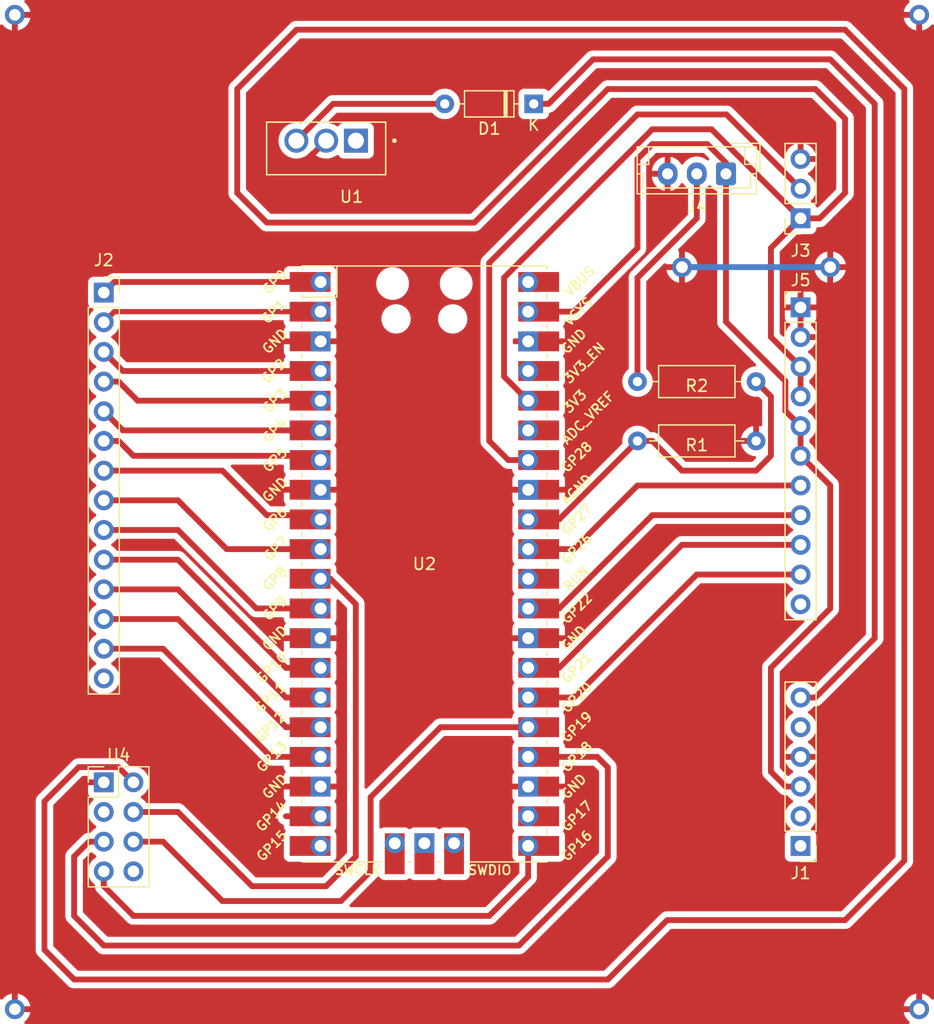
<source format=kicad_pcb>
(kicad_pcb (version 20221018) (generator pcbnew)
  (layers (0 "F.Cu" signal) (31 "B.Cu" signal) (34 "B.Paste" user) (35 "F.Paste" user) (36 "B.SilkS" user "B.Silkscreen") (37 "F.SilkS" user "F.Silkscreen") (38 "B.Mask" user) (39 "F.Mask" user) (44 "Edge.Cuts" user))
  (net 0 "")
  (net 1 "Net-(D1-K)")
  (net 2 "Net-(D1-A)")
  (net 3 "GND")
  (net 10 "/Alimentacion/OUT+")
  (net 11 "/Alimentacion/OUT-")
  (net 12 "/Alimentacion/Vin-")
  (net 13 "/3.3V")
  (net 14 "/Rasberry Pico/VBUS")
  (net 15 "/Modulo TX/RST")
  (net 16 "/Modulo TX/DIO0")
  (net 17 "/vcc")
  (net 18 "/GPIO0")
  (net 19 "/GPIO1")
  (net 20 "/GPIO2")
  (net 21 "/GPIO3")
  (net 22 "/GPIO4")
  (net 23 "/GPIO5")
  (net 24 "/GPIO9")
  (net 25 "/GPIO7")
  (net 26 "/GPIO6")
  (net 27 "/GPIO10")
  (net 28 "/GPIO11")
  (net 29 "/GPIO12")
  (net 30 "/GPIO13")
  (net 31 "/GPIO14")
  (net 32 "/GPIO15")
  (net 33 "/GPIO17")
  (net 34 "/GPIO20")
  (net 35 "/GPIO21")
  (net 36 "/GPIO22")
  (net 37 "/GPIO26")
  (net 38 "/DHT11")
  (net 39 "Net-(J4-Pin_2)")
  (net 40 "/PIR")
  (net 41 "/Alimentacion/Vin+")
  (net 42 "/NSS")
  (net 43 "/MISO")
  (net 44 "/SCK")
  (net 45 "/MOSI")
  (net 46 "/Pines Extra/16")
  (net 47 "/Pines Extra/14")
  (footprint "" (layer "F.Cu") (at 111.76 26.67)
    (fp_text reference "" (at 0 0) (layer "F.SilkS") (effects (font (size 1.27 1.27))))
    (fp_text value "" (at 0 0) (layer "F.SilkS") (effects (font (size 1.27 1.27))))
    (pad "6" thru_hole oval (at 0 0) (size 1.7 1.7) (drill 1) (layers "*.Cu" "*.Mask") (net 3 "GND"))
  )
  (footprint "Connector_PinSocket_2.54mm:PinSocket_1x03_P2.54mm_Vertical" (layer "F.Cu") (at 101.6 44.085 180)
    (fp_text reference "J3" (at 0 -2.77) (layer "F.SilkS"))
    (fp_text value "DHT11")
    (fp_line (start -1.33 1.27) (end -1.33 6.41) (stroke (width 0.12)) (layer "F.SilkS"))
    (fp_line (start -1.33 1.27) (end 1.33 1.27) (stroke (width 0.12)) (layer "F.SilkS"))
    (fp_line (start -1.33 6.41) (end 1.33 6.41) (stroke (width 0.12)) (layer "F.SilkS"))
    (fp_line (start 0 -1.33) (end 1.33 -1.33) (stroke (width 0.12)) (layer "F.SilkS"))
    (fp_line (start 1.33 -1.33) (end 1.33 0) (stroke (width 0.12)) (layer "F.SilkS"))
    (fp_line (start 1.33 1.27) (end 1.33 6.41) (stroke (width 0.12)) (layer "F.SilkS"))
    (pad "1" thru_hole rect (at 0 0 180) (size 1.7 1.7) (drill 1) (layers "*.Cu" "*.Mask") (net 13 "/3.3V"))
    (pad "2" thru_hole oval (at 0 2.54 180) (size 1.7 1.7) (drill 1) (layers "*.Cu" "*.Mask") (net 38 "/DHT11"))
    (pad "3" thru_hole oval (at 0 5.08 180) (size 1.7 1.7) (drill 1) (layers "*.Cu" "*.Mask") (net 3 "GND"))
  )
  (footprint "Resistor_THT:R_Axial_DIN0207_L6.3mm_D2.5mm_P10.16mm_Horizontal" (layer "F.Cu") (at 97.79 58.055 180)
    (fp_text reference "R2" (at 5.08 -0.365) (layer "F.SilkS"))
    (fp_text value "1.8k")
    (fp_line (start 1.04 0) (end 1.81 0) (stroke (width 0.12)) (layer "F.SilkS"))
    (fp_line (start 1.81 -1.37) (end 1.81 1.37) (stroke (width 0.12)) (layer "F.SilkS"))
    (fp_line (start 1.81 1.37) (end 8.35 1.37) (stroke (width 0.12)) (layer "F.SilkS"))
    (fp_line (start 8.35 -1.37) (end 1.81 -1.37) (stroke (width 0.12)) (layer "F.SilkS"))
    (fp_line (start 8.35 1.37) (end 8.35 -1.37) (stroke (width 0.12)) (layer "F.SilkS"))
    (fp_line (start 9.12 0) (end 8.35 0) (stroke (width 0.12)) (layer "F.SilkS"))
    (pad "1" thru_hole circle (at 0 0 180) (size 1.6 1.6) (drill 0.8) (layers "*.Cu" "*.Mask") (net 40 "/PIR"))
    (pad "2" thru_hole oval (at 10.16 0 180) (size 1.6 1.6) (drill 0.8) (layers "*.Cu" "*.Mask") (net 39 "Net-(J4-Pin_2)"))
  )
  (footprint "" (layer "F.Cu") (at 91.44 48.26)
    (fp_text reference "" (at 0 0) (layer "F.SilkS") (effects (font (size 1.27 1.27))))
    (fp_text value "" (at 0 0) (layer "F.SilkS") (effects (font (size 1.27 1.27))))
    (pad "6" thru_hole oval (at 0 0) (size 1.7 1.7) (drill 1) (layers "*.Cu" "*.Mask") (net 3 "GND"))
  )
  (footprint "MCU_RaspberryPi_and_Boards:RPi_Pico_SMD_TH" (layer "F.Cu") (at 69.375 73.66)
    (fp_text reference "U2" (at 0 0) (layer "F.SilkS"))
    (fp_text value "Pico")
    (fp_text user "GP18" (at 13.054 16.51 45) (layer "F.SilkS") (effects (font (size 0.8 0.8))))
    (fp_text user "GP11" (at -13.2 11.43 45) (layer "F.SilkS") (effects (font (size 0.8 0.8))))
    (fp_text user "AGND" (at 13.054 -6.35 45) (layer "F.SilkS") (effects (font (size 0.8 0.8))))
    (fp_text user "GND" (at 12.8 19.05 45) (layer "F.SilkS") (effects (font (size 0.8 0.8))))
    (fp_text user "GP6" (at -12.8 -3.81 45) (layer "F.SilkS") (effects (font (size 0.8 0.8))))
    (fp_text user "GP20" (at 13.054 11.43 45) (layer "F.SilkS") (effects (font (size 0.8 0.8))))
    (fp_text user "VBUS" (at 13.3 -24.2 45) (layer "F.SilkS") (effects (font (size 0.8 0.8))))
    (fp_text user "GP21" (at 13.054 8.9 45) (layer "F.SilkS") (effects (font (size 0.8 0.8))))
    (fp_text user "GP7" (at -12.7 -1.3 45) (layer "F.SilkS") (effects (font (size 0.8 0.8))))
    (fp_text user "GP0" (at -12.8 -24.13 45) (layer "F.SilkS") (effects (font (size 0.8 0.8))))
    (fp_text user "GND" (at -12.8 6.35 45) (layer "F.SilkS") (effects (font (size 0.8 0.8))))
    (fp_text user "GP2" (at -12.9 -16.51 45) (layer "F.SilkS") (effects (font (size 0.8 0.8))))
    (fp_text user "GND" (at -12.8 -19.05 45) (layer "F.SilkS") (effects (font (size 0.8 0.8))))
    (fp_text user "GP13" (at -13.054 16.51 45) (layer "F.SilkS") (effects (font (size 0.8 0.8))))
    (fp_text user "GP1" (at -12.9 -21.6 45) (layer "F.SilkS") (effects (font (size 0.8 0.8))))
    (fp_text user "SWDIO" (at 5.6 26.2) (layer "F.SilkS") (effects (font (size 0.8 0.8))))
    (fp_text user "GP27" (at 13.054 -3.8 45) (layer "F.SilkS") (effects (font (size 0.8 0.8))))
    (fp_text user "GND" (at 12.8 6.35 45) (layer "F.SilkS") (effects (font (size 0.8 0.8))))
    (fp_text user "GP3" (at -12.8 -13.97 45) (layer "F.SilkS") (effects (font (size 0.8 0.8))))
    (fp_text user "GP19" (at 13.054 13.97 45) (layer "F.SilkS") (effects (font (size 0.8 0.8))))
    (fp_text user "GP28" (at 13.054 -9.144 45) (layer "F.SilkS") (effects (font (size 0.8 0.8))))
    (fp_text user "RUN" (at 13 1.27 45) (layer "F.SilkS") (effects (font (size 0.8 0.8))))
    (fp_text user "SWCLK" (at -5.7 26.2) (layer "F.SilkS") (effects (font (size 0.8 0.8))))
    (fp_text user "3V3_EN" (at 13.7 -17.2 45) (layer "F.SilkS") (effects (font (size 0.8 0.8))))
    (fp_text user "GP9" (at -12.8 3.81 45) (layer "F.SilkS") (effects (font (size 0.8 0.8))))
    (fp_text user "GP22" (at 13.054 3.81 45) (layer "F.SilkS") (effects (font (size 0.8 0.8))))
    (fp_text user "3V3" (at 12.9 -13.9 45) (layer "F.SilkS") (effects (font (size 0.8 0.8))))
    (fp_text user "GP16" (at 13.054 24.13 45) (layer "F.SilkS") (effects (font (size 0.8 0.8))))
    (fp_text user "GP8" (at -12.8 1.27 45) (layer "F.SilkS") (effects (font (size 0.8 0.8))))
    (fp_text user "VSYS" (at 13.2 -21.59 45) (layer "F.SilkS") (effects (font (size 0.8 0.8))))
    (fp_text user "GP15" (at -13.054 24.13 45) (layer "F.SilkS") (effects (font (size 0.8 0.8))))
    (fp_text user "GND" (at -12.8 19.05 45) (layer "F.SilkS") (effects (font (size 0.8 0.8))))
    (fp_text user "GP10" (at -13.054 8.89 45) (layer "F.SilkS") (effects (font (size 0.8 0.8))))
    (fp_text user "GND" (at 12.8 -19.05 45) (layer "F.SilkS") (effects (font (size 0.8 0.8))))
    (fp_text user "GP14" (at -13.1 21.59 45) (layer "F.SilkS") (effects (font (size 0.8 0.8))))
    (fp_text user "GP5" (at -12.8 -8.89 45) (layer "F.SilkS") (effects (font (size 0.8 0.8))))
    (fp_text user "GP12" (at -13.2 13.97 45) (layer "F.SilkS") (effects (font (size 0.8 0.8))))
    (fp_text user "ADC_VREF" (at 14 -12.5 45) (layer "F.SilkS") (effects (font (size 0.8 0.8))))
    (fp_text user "GND" (at -12.8 -6.35 45) (layer "F.SilkS") (effects (font (size 0.8 0.8))))
    (fp_text user "GP17" (at 13.054 21.59 45) (layer "F.SilkS") (effects (font (size 0.8 0.8))))
    (fp_text user "GP26" (at 13.054 -1.27 45) (layer "F.SilkS") (effects (font (size 0.8 0.8))))
    (fp_text user "GP4" (at -12.8 -11.43 45) (layer "F.SilkS") (effects (font (size 0.8 0.8))))
    (fp_line (start -10.5 -25.5) (end -10.5 -25.2) (stroke (width 0.12)) (layer "F.SilkS"))
    (fp_line (start -10.5 -25.5) (end 10.5 -25.5) (stroke (width 0.12)) (layer "F.SilkS"))
    (fp_line (start -10.5 -23.1) (end -10.5 -22.7) (stroke (width 0.12)) (layer "F.SilkS"))
    (fp_line (start -10.5 -22.833) (end -7.493 -22.833) (stroke (width 0.12)) (layer "F.SilkS"))
    (fp_line (start -10.5 -20.5) (end -10.5 -20.1) (stroke (width 0.12)) (layer "F.SilkS"))
    (fp_line (start -10.5 -18) (end -10.5 -17.6) (stroke (width 0.12)) (layer "F.SilkS"))
    (fp_line (start -10.5 -15.4) (end -10.5 -15) (stroke (width 0.12)) (layer "F.SilkS"))
    (fp_line (start -10.5 -12.9) (end -10.5 -12.5) (stroke (width 0.12)) (layer "F.SilkS"))
    (fp_line (start -10.5 -10.4) (end -10.5 -10) (stroke (width 0.12)) (layer "F.SilkS"))
    (fp_line (start -10.5 -7.8) (end -10.5 -7.4) (stroke (width 0.12)) (layer "F.SilkS"))
    (fp_line (start -10.5 -5.3) (end -10.5 -4.9) (stroke (width 0.12)) (layer "F.SilkS"))
    (fp_line (start -10.5 -2.7) (end -10.5 -2.3) (stroke (width 0.12)) (layer "F.SilkS"))
    (fp_line (start -10.5 -0.2) (end -10.5 0.2) (stroke (width 0.12)) (layer "F.SilkS"))
    (fp_line (start -10.5 2.3) (end -10.5 2.7) (stroke (width 0.12)) (layer "F.SilkS"))
    (fp_line (start -10.5 4.9) (end -10.5 5.3) (stroke (width 0.12)) (layer "F.SilkS"))
    (fp_line (start -10.5 7.4) (end -10.5 7.8) (stroke (width 0.12)) (layer "F.SilkS"))
    (fp_line (start -10.5 10) (end -10.5 10.4) (stroke (width 0.12)) (layer "F.SilkS"))
    (fp_line (start -10.5 12.5) (end -10.5 12.9) (stroke (width 0.12)) (layer "F.SilkS"))
    (fp_line (start -10.5 15.1) (end -10.5 15.5) (stroke (width 0.12)) (layer "F.SilkS"))
    (fp_line (start -10.5 17.6) (end -10.5 18) (stroke (width 0.12)) (layer "F.SilkS"))
    (fp_line (start -10.5 20.1) (end -10.5 20.5) (stroke (width 0.12)) (layer "F.SilkS"))
    (fp_line (start -10.5 22.7) (end -10.5 23.1) (stroke (width 0.12)) (layer "F.SilkS"))
    (fp_line (start -7.493 -22.833) (end -7.493 -25.5) (stroke (width 0.12)) (layer "F.SilkS"))
    (fp_line (start -3.7 25.5) (end -10.5 25.5) (stroke (width 0.12)) (layer "F.SilkS"))
    (fp_line (start -1.5 25.5) (end -1.1 25.5) (stroke (width 0.12)) (layer "F.SilkS"))
    (fp_line (start 1.1 25.5) (end 1.5 25.5) (stroke (width 0.12)) (layer "F.SilkS"))
    (fp_line (start 10.5 -25.5) (end 10.5 -25.2) (stroke (width 0.12)) (layer "F.SilkS"))
    (fp_line (start 10.5 -23.1) (end 10.5 -22.7) (stroke (width 0.12)) (layer "F.SilkS"))
    (fp_line (start 10.5 -20.5) (end 10.5 -20.1) (stroke (width 0.12)) (layer "F.SilkS"))
    (fp_line (start 10.5 -18) (end 10.5 -17.6) (stroke (width 0.12)) (layer "F.SilkS"))
    (fp_line (start 10.5 -15.4) (end 10.5 -15) (stroke (width 0.12)) (layer "F.SilkS"))
    (fp_line (start 10.5 -12.9) (end 10.5 -12.5) (stroke (width 0.12)) (layer "F.SilkS"))
    (fp_line (start 10.5 -10.4) (end 10.5 -10) (stroke (width 0.12)) (layer "F.SilkS"))
    (fp_line (start 10.5 -7.8) (end 10.5 -7.4) (stroke (width 0.12)) (layer "F.SilkS"))
    (fp_line (start 10.5 -5.3) (end 10.5 -4.9) (stroke (width 0.12)) (layer "F.SilkS"))
    (fp_line (start 10.5 -2.7) (end 10.5 -2.3) (stroke (width 0.12)) (layer "F.SilkS"))
    (fp_line (start 10.5 -0.2) (end 10.5 0.2) (stroke (width 0.12)) (layer "F.SilkS"))
    (fp_line (start 10.5 2.3) (end 10.5 2.7) (stroke (width 0.12)) (layer "F.SilkS"))
    (fp_line (start 10.5 4.9) (end 10.5 5.3) (stroke (width 0.12)) (layer "F.SilkS"))
    (fp_line (start 10.5 7.4) (end 10.5 7.8) (stroke (width 0.12)) (layer "F.SilkS"))
    (fp_line (start 10.5 10) (end 10.5 10.4) (stroke (width 0.12)) (layer "F.SilkS"))
    (fp_line (start 10.5 12.5) (end 10.5 12.9) (stroke (width 0.12)) (layer "F.SilkS"))
    (fp_line (start 10.5 15.1) (end 10.5 15.5) (stroke (width 0.12)) (layer "F.SilkS"))
    (fp_line (start 10.5 17.6) (end 10.5 18) (stroke (width 0.12)) (layer "F.SilkS"))
    (fp_line (start 10.5 20.1) (end 10.5 20.5) (stroke (width 0.12)) (layer "F.SilkS"))
    (fp_line (start 10.5 22.7) (end 10.5 23.1) (stroke (width 0.12)) (layer "F.SilkS"))
    (fp_line (start 10.5 25.5) (end 3.7 25.5) (stroke (width 0.12)) (layer "F.SilkS"))
    (pad "" np_thru_hole oval (at -2.725 -24) (size 1.8 1.8) (drill 1.8) (layers "*.Cu" "*.Mask"))
    (pad "" np_thru_hole oval (at -2.425 -20.97) (size 1.5 1.5) (drill 1.5) (layers "*.Cu" "*.Mask"))
    (pad "" np_thru_hole oval (at 2.425 -20.97) (size 1.5 1.5) (drill 1.5) (layers "*.Cu" "*.Mask"))
    (pad "" np_thru_hole oval (at 2.725 -24) (size 1.8 1.8) (drill 1.8) (layers "*.Cu" "*.Mask"))
    (pad "1" thru_hole oval (at -8.89 -24.13) (size 1.7 1.7) (drill 1.02) (layers "*.Cu" "*.Mask") (net 18 "/GPIO0"))
    (pad "1" smd rect (at -8.89 -24.13) (size 3.5 1.7) (drill (offset -0.9 0)) (layers "F.Cu" "F.Mask") (net 18 "/GPIO0"))
    (pad "2" thru_hole oval (at -8.89 -21.59) (size 1.7 1.7) (drill 1.02) (layers "*.Cu" "*.Mask") (net 19 "/GPIO1"))
    (pad "2" smd rect (at -8.89 -21.59) (size 3.5 1.7) (drill (offset -0.9 0)) (layers "F.Cu" "F.Mask") (net 19 "/GPIO1"))
    (pad "3" thru_hole rect (at -8.89 -19.05) (size 1.7 1.7) (drill 1.02) (layers "*.Cu" "*.Mask") (net 3 "GND"))
    (pad "3" smd rect (at -8.89 -19.05) (size 3.5 1.7) (drill (offset -0.9 0)) (layers "F.Cu" "F.Mask") (net 3 "GND"))
    (pad "4" thru_hole oval (at -8.89 -16.51) (size 1.7 1.7) (drill 1.02) (layers "*.Cu" "*.Mask") (net 20 "/GPIO2"))
    (pad "4" smd rect (at -8.89 -16.51) (size 3.5 1.7) (drill (offset -0.9 0)) (layers "F.Cu" "F.Mask") (net 20 "/GPIO2"))
    (pad "5" thru_hole oval (at -8.89 -13.97) (size 1.7 1.7) (drill 1.02) (layers "*.Cu" "*.Mask") (net 21 "/GPIO3"))
    (pad "5" smd rect (at -8.89 -13.97) (size 3.5 1.7) (drill (offset -0.9 0)) (layers "F.Cu" "F.Mask") (net 21 "/GPIO3"))
    (pad "6" thru_hole oval (at -8.89 -11.43) (size 1.7 1.7) (drill 1.02) (layers "*.Cu" "*.Mask") (net 22 "/GPIO4"))
    (pad "6" smd rect (at -8.89 -11.43) (size 3.5 1.7) (drill (offset -0.9 0)) (layers "F.Cu" "F.Mask") (net 22 "/GPIO4"))
    (pad "7" thru_hole oval (at -8.89 -8.89) (size 1.7 1.7) (drill 1.02) (layers "*.Cu" "*.Mask") (net 23 "/GPIO5"))
    (pad "7" smd rect (at -8.89 -8.89) (size 3.5 1.7) (drill (offset -0.9 0)) (layers "F.Cu" "F.Mask") (net 23 "/GPIO5"))
    (pad "8" thru_hole rect (at -8.89 -6.35) (size 1.7 1.7) (drill 1.02) (layers "*.Cu" "*.Mask") (net 3 "GND"))
    (pad "8" smd rect (at -8.89 -6.35) (size 3.5 1.7) (drill (offset -0.9 0)) (layers "F.Cu" "F.Mask") (net 3 "GND"))
    (pad "9" thru_hole oval (at -8.89 -3.81) (size 1.7 1.7) (drill 1.02) (layers "*.Cu" "*.Mask") (net 26 "/GPIO6"))
    (pad "9" smd rect (at -8.89 -3.81) (size 3.5 1.7) (drill (offset -0.9 0)) (layers "F.Cu" "F.Mask") (net 26 "/GPIO6"))
    (pad "10" thru_hole oval (at -8.89 -1.27) (size 1.7 1.7) (drill 1.02) (layers "*.Cu" "*.Mask") (net 25 "/GPIO7"))
    (pad "10" smd rect (at -8.89 -1.27) (size 3.5 1.7) (drill (offset -0.9 0)) (layers "F.Cu" "F.Mask") (net 25 "/GPIO7"))
    (pad "11" thru_hole oval (at -8.89 1.27) (size 1.7 1.7) (drill 1.02) (layers "*.Cu" "*.Mask") (net 42 "/NSS"))
    (pad "11" smd rect (at -8.89 1.27) (size 3.5 1.7) (drill (offset -0.9 0)) (layers "F.Cu" "F.Mask") (net 42 "/NSS"))
    (pad "12" thru_hole oval (at -8.89 3.81) (size 1.7 1.7) (drill 1.02) (layers "*.Cu" "*.Mask") (net 24 "/GPIO9"))
    (pad "12" smd rect (at -8.89 3.81) (size 3.5 1.7) (drill (offset -0.9 0)) (layers "F.Cu" "F.Mask") (net 24 "/GPIO9"))
    (pad "13" thru_hole rect (at -8.89 6.35) (size 1.7 1.7) (drill 1.02) (layers "*.Cu" "*.Mask") (net 3 "GND"))
    (pad "13" smd rect (at -8.89 6.35) (size 3.5 1.7) (drill (offset -0.9 0)) (layers "F.Cu" "F.Mask") (net 3 "GND"))
    (pad "14" thru_hole oval (at -8.89 8.89) (size 1.7 1.7) (drill 1.02) (layers "*.Cu" "*.Mask") (net 27 "/GPIO10"))
    (pad "14" smd rect (at -8.89 8.89) (size 3.5 1.7) (drill (offset -0.9 0)) (layers "F.Cu" "F.Mask") (net 27 "/GPIO10"))
    (pad "15" thru_hole oval (at -8.89 11.43) (size 1.7 1.7) (drill 1.02) (layers "*.Cu" "*.Mask") (net 28 "/GPIO11"))
    (pad "15" smd rect (at -8.89 11.43) (size 3.5 1.7) (drill (offset -0.9 0)) (layers "F.Cu" "F.Mask") (net 28 "/GPIO11"))
    (pad "16" thru_hole oval (at -8.89 13.97) (size 1.7 1.7) (drill 1.02) (layers "*.Cu" "*.Mask") (net 29 "/GPIO12"))
    (pad "16" smd rect (at -8.89 13.97) (size 3.5 1.7) (drill (offset -0.9 0)) (layers "F.Cu" "F.Mask") (net 29 "/GPIO12"))
    (pad "17" thru_hole oval (at -8.89 16.51) (size 1.7 1.7) (drill 1.02) (layers "*.Cu" "*.Mask") (net 30 "/GPIO13"))
    (pad "17" smd rect (at -8.89 16.51) (size 3.5 1.7) (drill (offset -0.9 0)) (layers "F.Cu" "F.Mask") (net 30 "/GPIO13"))
    (pad "18" thru_hole rect (at -8.89 19.05) (size 1.7 1.7) (drill 1.02) (layers "*.Cu" "*.Mask") (net 3 "GND"))
    (pad "18" smd rect (at -8.89 19.05) (size 3.5 1.7) (drill (offset -0.9 0)) (layers "F.Cu" "F.Mask") (net 3 "GND"))
    (pad "19" thru_hole oval (at -8.89 21.59) (size 1.7 1.7) (drill 1.02) (layers "*.Cu" "*.Mask") (net 31 "/GPIO14"))
    (pad "19" smd rect (at -8.89 21.59) (size 3.5 1.7) (drill (offset -0.9 0)) (layers "F.Cu" "F.Mask") (net 31 "/GPIO14"))
    (pad "20" thru_hole oval (at -8.89 24.13) (size 1.7 1.7) (drill 1.02) (layers "*.Cu" "*.Mask") (net 32 "/GPIO15"))
    (pad "20" smd rect (at -8.89 24.13) (size 3.5 1.7) (drill (offset -0.9 0)) (layers "F.Cu" "F.Mask") (net 32 "/GPIO15"))
    (pad "21" thru_hole oval (at 8.89 24.13) (size 1.7 1.7) (drill 1.02) (layers "*.Cu" "*.Mask") (net 43 "/MISO"))
    (pad "21" smd rect (at 8.89 24.13) (size 3.5 1.7) (drill (offset 0.9 0)) (layers "F.Cu" "F.Mask") (net 43 "/MISO"))
    (pad "22" thru_hole oval (at 8.89 21.59) (size 1.7 1.7) (drill 1.02) (layers "*.Cu" "*.Mask") (net 33 "/GPIO17"))
    (pad "22" smd rect (at 8.89 21.59) (size 3.5 1.7) (drill (offset 0.9 0)) (layers "F.Cu" "F.Mask") (net 33 "/GPIO17"))
    (pad "23" thru_hole rect (at 8.89 19.05) (size 1.7 1.7) (drill 1.02) (layers "*.Cu" "*.Mask") (net 3 "GND"))
    (pad "23" smd rect (at 8.89 19.05) (size 3.5 1.7) (drill (offset 0.9 0)) (layers "F.Cu" "F.Mask") (net 3 "GND"))
    (pad "24" thru_hole oval (at 8.89 16.51) (size 1.7 1.7) (drill 1.02) (layers "*.Cu" "*.Mask") (net 44 "/SCK"))
    (pad "24" smd rect (at 8.89 16.51) (size 3.5 1.7) (drill (offset 0.9 0)) (layers "F.Cu" "F.Mask") (net 44 "/SCK"))
    (pad "25" thru_hole oval (at 8.89 13.97) (size 1.7 1.7) (drill 1.02) (layers "*.Cu" "*.Mask") (net 45 "/MOSI"))
    (pad "25" smd rect (at 8.89 13.97) (size 3.5 1.7) (drill (offset 0.9 0)) (layers "F.Cu" "F.Mask") (net 45 "/MOSI"))
    (pad "26" thru_hole oval (at 8.89 11.43) (size 1.7 1.7) (drill 1.02) (layers "*.Cu" "*.Mask") (net 34 "/GPIO20"))
    (pad "26" smd rect (at 8.89 11.43) (size 3.5 1.7) (drill (offset 0.9 0)) (layers "F.Cu" "F.Mask") (net 34 "/GPIO20"))
    (pad "27" thru_hole oval (at 8.89 8.89) (size 1.7 1.7) (drill 1.02) (layers "*.Cu" "*.Mask") (net 35 "/GPIO21"))
    (pad "27" smd rect (at 8.89 8.89) (size 3.5 1.7) (drill (offset 0.9 0)) (layers "F.Cu" "F.Mask") (net 35 "/GPIO21"))
    (pad "28" thru_hole rect (at 8.89 6.35) (size 1.7 1.7) (drill 1.02) (layers "*.Cu" "*.Mask") (net 3 "GND"))
    (pad "28" smd rect (at 8.89 6.35) (size 3.5 1.7) (drill (offset 0.9 0)) (layers "F.Cu" "F.Mask") (net 3 "GND"))
    (pad "29" thru_hole oval (at 8.89 3.81) (size 1.7 1.7) (drill 1.02) (layers "*.Cu" "*.Mask") (net 36 "/GPIO22"))
    (pad "29" smd rect (at 8.89 3.81) (size 3.5 1.7) (drill (offset 0.9 0)) (layers "F.Cu" "F.Mask") (net 36 "/GPIO22"))
    (pad "30" thru_hole oval (at 8.89 1.27) (size 1.7 1.7) (drill 1.02) (layers "*.Cu" "*.Mask"))
    (pad "30" smd rect (at 8.89 1.27) (size 3.5 1.7) (drill (offset 0.9 0)) (layers "F.Cu" "F.Mask"))
    (pad "31" thru_hole oval (at 8.89 -1.27) (size 1.7 1.7) (drill 1.02) (layers "*.Cu" "*.Mask") (net 37 "/GPIO26"))
    (pad "31" smd rect (at 8.89 -1.27) (size 3.5 1.7) (drill (offset 0.9 0)) (layers "F.Cu" "F.Mask") (net 37 "/GPIO26"))
    (pad "32" thru_hole oval (at 8.89 -3.81) (size 1.7 1.7) (drill 1.02) (layers "*.Cu" "*.Mask") (net 40 "/PIR"))
    (pad "32" smd rect (at 8.89 -3.81) (size 3.5 1.7) (drill (offset 0.9 0)) (layers "F.Cu" "F.Mask") (net 40 "/PIR"))
    (pad "33" thru_hole rect (at 8.89 -6.35) (size 1.7 1.7) (drill 1.02) (layers "*.Cu" "*.Mask") (net 3 "GND"))
    (pad "33" smd rect (at 8.89 -6.35) (size 3.5 1.7) (drill (offset 0.9 0)) (layers "F.Cu" "F.Mask") (net 3 "GND"))
    (pad "34" thru_hole oval (at 8.89 -8.89) (size 1.7 1.7) (drill 1.02) (layers "*.Cu" "*.Mask") (net 38 "/DHT11"))
    (pad "34" smd rect (at 8.89 -8.89) (size 3.5 1.7) (drill (offset 0.9 0)) (layers "F.Cu" "F.Mask") (net 38 "/DHT11"))
    (pad "35" thru_hole oval (at 8.89 -11.43) (size 1.7 1.7) (drill 1.02) (layers "*.Cu" "*.Mask"))
    (pad "35" smd rect (at 8.89 -11.43) (size 3.5 1.7) (drill (offset 0.9 0)) (layers "F.Cu" "F.Mask"))
    (pad "36" thru_hole oval (at 8.89 -13.97) (size 1.7 1.7) (drill 1.02) (layers "*.Cu" "*.Mask") (net 13 "/3.3V"))
    (pad "36" smd rect (at 8.89 -13.97) (size 3.5 1.7) (drill (offset 0.9 0)) (layers "F.Cu" "F.Mask") (net 13 "/3.3V"))
    (pad "37" thru_hole oval (at 8.89 -16.51) (size 1.7 1.7) (drill 1.02) (layers "*.Cu" "*.Mask"))
    (pad "37" smd rect (at 8.89 -16.51) (size 3.5 1.7) (drill (offset 0.9 0)) (layers "F.Cu" "F.Mask"))
    (pad "38" thru_hole rect (at 8.89 -19.05) (size 1.7 1.7) (drill 1.02) (layers "*.Cu" "*.Mask") (net 3 "GND"))
    (pad "38" smd rect (at 8.89 -19.05) (size 3.5 1.7) (drill (offset 0.9 0)) (layers "F.Cu" "F.Mask") (net 3 "GND"))
    (pad "39" thru_hole oval (at 8.89 -21.59) (size 1.7 1.7) (drill 1.02) (layers "*.Cu" "*.Mask") (net 17 "/vcc"))
    (pad "39" smd rect (at 8.89 -21.59) (size 3.5 1.7) (drill (offset 0.9 0)) (layers "F.Cu" "F.Mask") (net 17 "/vcc"))
    (pad "40" thru_hole oval (at 8.89 -24.13) (size 1.7 1.7) (drill 1.02) (layers "*.Cu" "*.Mask") (net 14 "/Rasberry Pico/VBUS"))
    (pad "40" smd rect (at 8.89 -24.13) (size 3.5 1.7) (drill (offset 0.9 0)) (layers "F.Cu" "F.Mask") (net 14 "/Rasberry Pico/VBUS"))
    (pad "41" thru_hole oval (at -2.54 23.9) (size 1.7 1.7) (drill 1.02) (layers "*.Cu" "*.Mask"))
    (pad "41" smd rect (at -2.54 23.9 90) (size 3.5 1.7) (drill (offset -0.9 0)) (layers "F.Cu" "F.Mask"))
    (pad "42" thru_hole rect (at 0 23.9) (size 1.7 1.7) (drill 1.02) (layers "*.Cu" "*.Mask"))
    (pad "42" smd rect (at 0 23.9 90) (size 3.5 1.7) (drill (offset -0.9 0)) (layers "F.Cu" "F.Mask"))
    (pad "43" thru_hole oval (at 2.54 23.9) (size 1.7 1.7) (drill 1.02) (layers "*.Cu" "*.Mask"))
    (pad "43" smd rect (at 2.54 23.9 90) (size 3.5 1.7) (drill (offset -0.9 0)) (layers "F.Cu" "F.Mask"))
  )
  (footprint "Resistor_THT:R_Axial_DIN0207_L6.3mm_D2.5mm_P10.16mm_Horizontal" (layer "F.Cu") (at 87.63 63.135)
    (fp_text reference "R1" (at 5.08 0.365) (layer "F.SilkS"))
    (fp_text value "3.3k")
    (fp_line (start 1.04 0) (end 1.81 0) (stroke (width 0.12)) (layer "F.SilkS"))
    (fp_line (start 1.81 -1.37) (end 1.81 1.37) (stroke (width 0.12)) (layer "F.SilkS"))
    (fp_line (start 1.81 1.37) (end 8.35 1.37) (stroke (width 0.12)) (layer "F.SilkS"))
    (fp_line (start 8.35 -1.37) (end 1.81 -1.37) (stroke (width 0.12)) (layer "F.SilkS"))
    (fp_line (start 8.35 1.37) (end 8.35 -1.37) (stroke (width 0.12)) (layer "F.SilkS"))
    (fp_line (start 9.12 0) (end 8.35 0) (stroke (width 0.12)) (layer "F.SilkS"))
    (pad "1" thru_hole circle (at 0 0) (size 1.6 1.6) (drill 0.8) (layers "*.Cu" "*.Mask") (net 40 "/PIR"))
    (pad "2" thru_hole oval (at 10.16 0) (size 1.6 1.6) (drill 0.8) (layers "*.Cu" "*.Mask") (net 3 "GND"))
  )
  (footprint "Connector_JST:JST_EH_B3B-EH-A_1x03_P2.50mm_Vertical" (layer "F.Cu") (at 95.21 40.275 180)
    (fp_text reference "J4" (at 2.5 -2.8) (layer "F.SilkS"))
    (fp_text value "Conn_PIR")
    (fp_line (start -2.91 0.11) (end -2.91 2.61) (stroke (width 0.12)) (layer "F.SilkS"))
    (fp_line (start -2.91 2.61) (end -0.41 2.61) (stroke (width 0.12)) (layer "F.SilkS"))
    (fp_line (start -2.61 -1.71) (end -2.61 2.31) (stroke (width 0.12)) (layer "F.SilkS"))
    (fp_line (start -2.61 0) (end -2.11 0) (stroke (width 0.12)) (layer "F.SilkS"))
    (fp_line (start -2.61 0.81) (end -1.61 0.81) (stroke (width 0.12)) (layer "F.SilkS"))
    (fp_line (start -2.61 2.31) (end 7.61 2.31) (stroke (width 0.12)) (layer "F.SilkS"))
    (fp_line (start -2.11 -1.21) (end 7.11 -1.21) (stroke (width 0.12)) (layer "F.SilkS"))
    (fp_line (start -2.11 0) (end -2.11 -1.21) (stroke (width 0.12)) (layer "F.SilkS"))
    (fp_line (start -1.61 0.81) (end -1.61 2.31) (stroke (width 0.12)) (layer "F.SilkS"))
    (fp_line (start 6.61 0.81) (end 6.61 2.31) (stroke (width 0.12)) (layer "F.SilkS"))
    (fp_line (start 7.11 -1.21) (end 7.11 0) (stroke (width 0.12)) (layer "F.SilkS"))
    (fp_line (start 7.11 0) (end 7.61 0) (stroke (width 0.12)) (layer "F.SilkS"))
    (fp_line (start 7.61 -1.71) (end -2.61 -1.71) (stroke (width 0.12)) (layer "F.SilkS"))
    (fp_line (start 7.61 0.81) (end 6.61 0.81) (stroke (width 0.12)) (layer "F.SilkS"))
    (fp_line (start 7.61 2.31) (end 7.61 -1.71) (stroke (width 0.12)) (layer "F.SilkS"))
    (pad "1" thru_hole roundrect (at 0 0 180) (size 1.7 1.95) (drill 0.95) (layers "*.Cu" "*.Mask") (roundrect_rratio 0.1470588235) (net 17 "/vcc"))
    (pad "2" thru_hole oval (at 2.5 0 180) (size 1.7 1.95) (drill 0.95) (layers "*.Cu" "*.Mask") (net 39 "Net-(J4-Pin_2)"))
    (pad "3" thru_hole oval (at 5 0 180) (size 1.7 1.95) (drill 0.95) (layers "*.Cu" "*.Mask") (net 3 "GND"))
  )
  (footprint "" (layer "F.Cu") (at 34.29 26.67)
    (fp_text reference "" (at 0 0) (layer "F.SilkS") (effects (font (size 1.27 1.27))))
    (fp_text value "" (at 0 0) (layer "F.SilkS") (effects (font (size 1.27 1.27))))
    (pad "6" thru_hole oval (at 0 0) (size 1.7 1.7) (drill 1) (layers "*.Cu" "*.Mask") (net 3 "GND"))
  )
  (footprint "Diode_THT:D_DO-35_SOD27_P7.62mm_Horizontal" (layer "F.Cu") (at 78.74 34.29 180)
    (fp_text reference "D1" (at 3.81 -2.12) (layer "F.SilkS"))
    (fp_text value "1N4148")
    (fp_text user "K" (at 0 -1.8) (layer "F.SilkS"))
    (fp_line (start 1.04 0) (end 1.69 0) (stroke (width 0.12)) (layer "F.SilkS"))
    (fp_line (start 1.69 -1.12) (end 1.69 1.12) (stroke (width 0.12)) (layer "F.SilkS"))
    (fp_line (start 1.69 1.12) (end 5.93 1.12) (stroke (width 0.12)) (layer "F.SilkS"))
    (fp_line (start 2.29 -1.12) (end 2.29 1.12) (stroke (width 0.12)) (layer "F.SilkS"))
    (fp_line (start 2.41 -1.12) (end 2.41 1.12) (stroke (width 0.12)) (layer "F.SilkS"))
    (fp_line (start 2.53 -1.12) (end 2.53 1.12) (stroke (width 0.12)) (layer "F.SilkS"))
    (fp_line (start 5.93 -1.12) (end 1.69 -1.12) (stroke (width 0.12)) (layer "F.SilkS"))
    (fp_line (start 5.93 1.12) (end 5.93 -1.12) (stroke (width 0.12)) (layer "F.SilkS"))
    (fp_line (start 6.58 0) (end 5.93 0) (stroke (width 0.12)) (layer "F.SilkS"))
    (pad "1" thru_hole rect (at 0 0 180) (size 1.6 1.6) (drill 0.8) (layers "*.Cu" "*.Mask") (net 1 "Net-(D1-K)"))
    (pad "2" thru_hole oval (at 7.62 0 180) (size 1.6 1.6) (drill 0.8) (layers "*.Cu" "*.Mask") (net 2 "Net-(D1-A)"))
  )
  (footprint "Connector_PinHeader_2.54mm:PinHeader_2x04_P2.54mm_Vertical" (layer "F.Cu") (at 41.91 92.345)
    (fp_text reference "U4" (at 1.27 -2.33) (layer "F.SilkS"))
    (fp_text value "RA-02_LORA_mod_V4.0")
    (fp_line (start -1.33 -1.33) (end 0 -1.33) (stroke (width 0.12)) (layer "F.SilkS"))
    (fp_line (start -1.33 0) (end -1.33 -1.33) (stroke (width 0.12)) (layer "F.SilkS"))
    (fp_line (start -1.33 1.27) (end -1.33 8.95) (stroke (width 0.12)) (layer "F.SilkS"))
    (fp_line (start -1.33 1.27) (end 1.27 1.27) (stroke (width 0.12)) (layer "F.SilkS"))
    (fp_line (start -1.33 8.95) (end 3.87 8.95) (stroke (width 0.12)) (layer "F.SilkS"))
    (fp_line (start 1.27 -1.33) (end 3.87 -1.33) (stroke (width 0.12)) (layer "F.SilkS"))
    (fp_line (start 1.27 1.27) (end 1.27 -1.33) (stroke (width 0.12)) (layer "F.SilkS"))
    (fp_line (start 3.87 -1.33) (end 3.87 8.95) (stroke (width 0.12)) (layer "F.SilkS"))
    (pad "1" thru_hole rect (at 0 0) (size 1.7 1.7) (drill 1) (layers "*.Cu" "*.Mask") (net 3 "GND"))
    (pad "2" thru_hole oval (at 2.54 0) (size 1.7 1.7) (drill 1) (layers "*.Cu" "*.Mask") (net 13 "/3.3V"))
    (pad "3" thru_hole oval (at 0 2.54) (size 1.7 1.7) (drill 1) (layers "*.Cu" "*.Mask") (net 15 "/Modulo TX/RST"))
    (pad "4" thru_hole oval (at 2.54 2.54) (size 1.7 1.7) (drill 1) (layers "*.Cu" "*.Mask") (net 42 "/NSS"))
    (pad "5" thru_hole oval (at 0 5.08) (size 1.7 1.7) (drill 1) (layers "*.Cu" "*.Mask") (net 44 "/SCK"))
    (pad "6" thru_hole oval (at 2.54 5.08) (size 1.7 1.7) (drill 1) (layers "*.Cu" "*.Mask") (net 45 "/MOSI"))
    (pad "7" thru_hole oval (at 0 7.62) (size 1.7 1.7) (drill 1) (layers "*.Cu" "*.Mask") (net 43 "/MISO"))
    (pad "8" thru_hole oval (at 2.54 7.62) (size 1.7 1.7) (drill 1) (layers "*.Cu" "*.Mask") (net 16 "/Modulo TX/DIO0"))
  )
  (footprint "Connector_PinSocket_2.54mm:PinSocket_1x14_P2.54mm_Vertical" (layer "F.Cu") (at 41.91 50.435)
    (fp_text reference "J2" (at 0 -2.77) (layer "F.SilkS"))
    (fp_text value "Conn_01x15")
    (fp_line (start -1.33 1.27) (end -1.33 34.35) (stroke (width 0.12)) (layer "F.SilkS"))
    (fp_line (start -1.33 1.27) (end 1.33 1.27) (stroke (width 0.12)) (layer "F.SilkS"))
    (fp_line (start -1.33 34.35) (end 1.33 34.35) (stroke (width 0.12)) (layer "F.SilkS"))
    (fp_line (start 0 -1.33) (end 1.33 -1.33) (stroke (width 0.12)) (layer "F.SilkS"))
    (fp_line (start 1.33 -1.33) (end 1.33 0) (stroke (width 0.12)) (layer "F.SilkS"))
    (fp_line (start 1.33 1.27) (end 1.33 34.35) (stroke (width 0.12)) (layer "F.SilkS"))
    (pad "1" thru_hole rect (at 0 0) (size 1.7 1.7) (drill 1) (layers "*.Cu" "*.Mask") (net 18 "/GPIO0"))
    (pad "2" thru_hole oval (at 0 2.54) (size 1.7 1.7) (drill 1) (layers "*.Cu" "*.Mask") (net 19 "/GPIO1"))
    (pad "3" thru_hole oval (at 0 5.08) (size 1.7 1.7) (drill 1) (layers "*.Cu" "*.Mask") (net 20 "/GPIO2"))
    (pad "4" thru_hole oval (at 0 7.62) (size 1.7 1.7) (drill 1) (layers "*.Cu" "*.Mask") (net 21 "/GPIO3"))
    (pad "5" thru_hole oval (at 0 10.16) (size 1.7 1.7) (drill 1) (layers "*.Cu" "*.Mask") (net 22 "/GPIO4"))
    (pad "6" thru_hole oval (at 0 12.7) (size 1.7 1.7) (drill 1) (layers "*.Cu" "*.Mask") (net 23 "/GPIO5"))
    (pad "7" thru_hole oval (at 0 15.24) (size 1.7 1.7) (drill 1) (layers "*.Cu" "*.Mask") (net 26 "/GPIO6"))
    (pad "8" thru_hole oval (at 0 17.78) (size 1.7 1.7) (drill 1) (layers "*.Cu" "*.Mask") (net 25 "/GPIO7"))
    (pad "9" thru_hole oval (at 0 20.32) (size 1.7 1.7) (drill 1) (layers "*.Cu" "*.Mask") (net 24 "/GPIO9"))
    (pad "10" thru_hole oval (at 0 22.86) (size 1.7 1.7) (drill 1) (layers "*.Cu" "*.Mask") (net 27 "/GPIO10"))
    (pad "11" thru_hole oval (at 0 25.4) (size 1.7 1.7) (drill 1) (layers "*.Cu" "*.Mask") (net 28 "/GPIO11"))
    (pad "12" thru_hole oval (at 0 27.94) (size 1.7 1.7) (drill 1) (layers "*.Cu" "*.Mask") (net 29 "/GPIO12"))
    (pad "13" thru_hole oval (at 0 30.48) (size 1.7 1.7) (drill 1) (layers "*.Cu" "*.Mask") (net 30 "/GPIO13"))
    (pad "14" thru_hole oval (at 0 33.02) (size 1.7 1.7) (drill 1) (layers "*.Cu" "*.Mask") (net 47 "/Pines Extra/14"))
  )
  (footprint "Connector_PinHeader_2.54mm:PinHeader_1x11_P2.54mm_Vertical" (layer "F.Cu") (at 101.6 51.705)
    (fp_text reference "J5" (at 0 -2.33) (layer "F.SilkS"))
    (fp_text value "Conn_01x11")
    (fp_line (start -1.33 -1.33) (end 0 -1.33) (stroke (width 0.12)) (layer "F.SilkS"))
    (fp_line (start -1.33 0) (end -1.33 -1.33) (stroke (width 0.12)) (layer "F.SilkS"))
    (fp_line (start -1.33 1.27) (end -1.33 26.73) (stroke (width 0.12)) (layer "F.SilkS"))
    (fp_line (start -1.33 1.27) (end 1.33 1.27) (stroke (width 0.12)) (layer "F.SilkS"))
    (fp_line (start -1.33 26.73) (end 1.33 26.73) (stroke (width 0.12)) (layer "F.SilkS"))
    (fp_line (start 1.33 1.27) (end 1.33 26.73) (stroke (width 0.12)) (layer "F.SilkS"))
    (pad "1" thru_hole rect (at 0 0) (size 1.7 1.7) (drill 1) (layers "*.Cu" "*.Mask") (net 3 "GND"))
    (pad "2" thru_hole oval (at 0 2.54) (size 1.7 1.7) (drill 1) (layers "*.Cu" "*.Mask") (net 3 "GND"))
    (pad "3" thru_hole oval (at 0 5.08) (size 1.7 1.7) (drill 1) (layers "*.Cu" "*.Mask") (net 13 "/3.3V"))
    (pad "4" thru_hole oval (at 0 7.62) (size 1.7 1.7) (drill 1) (layers "*.Cu" "*.Mask") (net 13 "/3.3V"))
    (pad "5" thru_hole oval (at 0 10.16) (size 1.7 1.7) (drill 1) (layers "*.Cu" "*.Mask") (net 17 "/vcc"))
    (pad "6" thru_hole oval (at 0 12.7) (size 1.7 1.7) (drill 1) (layers "*.Cu" "*.Mask") (net 17 "/vcc"))
    (pad "7" thru_hole oval (at 0 15.24) (size 1.7 1.7) (drill 1) (layers "*.Cu" "*.Mask") (net 37 "/GPIO26"))
    (pad "8" thru_hole oval (at 0 17.78) (size 1.7 1.7) (drill 1) (layers "*.Cu" "*.Mask") (net 36 "/GPIO22"))
    (pad "9" thru_hole oval (at 0 20.32) (size 1.7 1.7) (drill 1) (layers "*.Cu" "*.Mask") (net 35 "/GPIO21"))
    (pad "10" thru_hole oval (at 0 22.86) (size 1.7 1.7) (drill 1) (layers "*.Cu" "*.Mask") (net 34 "/GPIO20"))
    (pad "11" thru_hole oval (at 0 25.4) (size 1.7 1.7) (drill 1) (layers "*.Cu" "*.Mask") (net 46 "/Pines Extra/16"))
  )
  (footprint "" (layer "F.Cu") (at 34.29 111.76)
    (fp_text reference "" (at 0 0) (layer "F.SilkS") (effects (font (size 1.27 1.27))))
    (fp_text value "" (at 0 0) (layer "F.SilkS") (effects (font (size 1.27 1.27))))
    (pad "6" thru_hole oval (at 0 0) (size 1.7 1.7) (drill 1) (layers "*.Cu" "*.Mask") (net 3 "GND"))
  )
  (footprint "" (layer "F.Cu") (at 104.14 48.26)
    (fp_text reference "" (at 0 0) (layer "F.SilkS") (effects (font (size 1.27 1.27))))
    (fp_text value "" (at 0 0) (layer "F.SilkS") (effects (font (size 1.27 1.27))))
    (pad "6" thru_hole oval (at 0 0) (size 1.7 1.7) (drill 1) (layers "*.Cu" "*.Mask") (net 3 "GND"))
  )
  (footprint "L7805:TO255P1020X450X2000-3" (layer "F.Cu") (at 60.96 38.1 180)
    (fp_text reference "U1" (at -2.175 -4.135) (layer "F.SilkS"))
    (fp_text value "L7805")
    (fp_line (start -5.1 -2.25) (end 5.1 -2.25) (stroke (width 0.127)) (layer "F.SilkS"))
    (fp_line (start -5.1 2.25) (end -5.1 -2.25) (stroke (width 0.127)) (layer "F.SilkS"))
    (fp_line (start 5.1 -2.25) (end 5.1 2.25) (stroke (width 0.127)) (layer "F.SilkS"))
    (fp_line (start 5.1 2.25) (end -5.1 2.25) (stroke (width 0.127)) (layer "F.SilkS"))
    (fp_circle (center -5.85 0.6625) (end -5.75 0.6625) (stroke (width 0.2)) (fill none) (layer "F.SilkS"))
    (pad "1" thru_hole rect (at -2.55 0.6625 180) (size 2.055 2.055) (drill 1.37) (layers "*.Cu" "*.Mask") (net 41 "/Alimentacion/Vin+"))
    (pad "2" thru_hole circle (at 0 0.6625 180) (size 2.055 2.055) (drill 1.37) (layers "*.Cu" "*.Mask") (net 3 "GND"))
    (pad "3" thru_hole circle (at 2.55 0.6625 180) (size 2.055 2.055) (drill 1.37) (layers "*.Cu" "*.Mask") (net 2 "Net-(D1-A)"))
  )
  (footprint "Connector_PinHeader_2.54mm:PinHeader_1x06_P2.54mm_Vertical" (layer "F.Cu") (at 101.6 97.79 180)
    (fp_text reference "J1" (at 0 -2.33) (layer "F.SilkS"))
    (fp_text value "Conn_01x06_Socket")
    (fp_line (start -1.33 -1.33) (end 0 -1.33) (stroke (width 0.12)) (layer "F.SilkS"))
    (fp_line (start -1.33 0) (end -1.33 -1.33) (stroke (width 0.12)) (layer "F.SilkS"))
    (fp_line (start -1.33 1.27) (end -1.33 14.03) (stroke (width 0.12)) (layer "F.SilkS"))
    (fp_line (start -1.33 1.27) (end 1.33 1.27) (stroke (width 0.12)) (layer "F.SilkS"))
    (fp_line (start -1.33 14.03) (end 1.33 14.03) (stroke (width 0.12)) (layer "F.SilkS"))
    (fp_line (start 1.33 1.27) (end 1.33 14.03) (stroke (width 0.12)) (layer "F.SilkS"))
    (pad "1" thru_hole rect (at 0 0 180) (size 1.7 1.7) (drill 1) (layers "*.Cu" "*.Mask") (net 10 "/Alimentacion/OUT+"))
    (pad "2" thru_hole oval (at 0 2.54 180) (size 1.7 1.7) (drill 1) (layers "*.Cu" "*.Mask") (net 11 "/Alimentacion/OUT-"))
    (pad "3" thru_hole oval (at 0 5.08 180) (size 1.7 1.7) (drill 1) (layers "*.Cu" "*.Mask") (net 17 "/vcc"))
    (pad "4" thru_hole oval (at 0 7.62 180) (size 1.7 1.7) (drill 1) (layers "*.Cu" "*.Mask") (net 3 "GND"))
    (pad "5" thru_hole oval (at 0 10.16 180) (size 1.7 1.7) (drill 1) (layers "*.Cu" "*.Mask") (net 12 "/Alimentacion/Vin-"))
    (pad "6" thru_hole oval (at 0 12.7 180) (size 1.7 1.7) (drill 1) (layers "*.Cu" "*.Mask") (net 1 "Net-(D1-K)"))
  )
  (footprint "" (layer "F.Cu") (at 111.76 111.76)
    (fp_text reference "" (at 0 0) (layer "F.SilkS") (effects (font (size 1.27 1.27))))
    (fp_text value "" (at 0 0) (layer "F.SilkS") (effects (font (size 1.27 1.27))))
    (pad "6" thru_hole oval (at 0 0) (size 1.7 1.7) (drill 1) (layers "*.Cu" "*.Mask") (net 3 "GND"))
  )
  (segment (start 107.95 34.29) (end 104.14 30.48) (width 0.5) (layer "F.Cu") (net 1))
  (segment (start 107.95 80.01) (end 107.95 34.29) (width 0.5) (layer "F.Cu") (net 1))
  (segment (start 104.14 30.48) (end 83.82 30.48) (width 0.5) (layer "F.Cu") (net 1))
  (segment (start 101.6 85.09) (end 102.87 85.09) (width 0.5) (layer "F.Cu") (net 1))
  (segment (start 80.01 34.29) (end 78.74 34.29) (width 0.5) (layer "F.Cu") (net 1))
  (segment (start 102.87 85.09) (end 107.95 80.01) (width 0.5) (layer "F.Cu") (net 1))
  (segment (start 83.82 30.48) (end 80.01 34.29) (width 0.5) (layer "F.Cu") (net 1))
  (segment (start 71.12 34.29) (end 61.5575 34.29) (width 0.5) (layer "F.Cu") (net 2))
  (segment (start 61.5575 34.29) (end 58.41 37.4375) (width 0.5) (layer "F.Cu") (net 2))
  (segment (start 101.6 51.705) (end 101.6 54.245) (width 0.5) (layer "F.Cu") (net 3))
  (segment (start 104.14 48.26) (end 91.44 48.26) (width 0.5) (layer "B.Cu") (net 3))
  (segment (start 90.17 104.14) (end 85.09 109.22) (width 0.5) (layer "F.Cu") (net 13))
  (segment (start 85.09 33.02) (end 73.66 44.45) (width 0.5) (layer "F.Cu") (net 13))
  (segment (start 105.41 104.14) (end 90.17 104.14) (width 0.5) (layer "F.Cu") (net 13))
  (segment (start 110.49 33.02) (end 110.49 99.06) (width 0.5) (layer "F.Cu") (net 13))
  (segment (start 53.34 41.91) (end 53.34 33.02) (width 0.5) (layer "F.Cu") (net 13))
  (segment (start 110.49 99.06) (end 105.41 104.14) (width 0.5) (layer "F.Cu") (net 13))
  (segment (start 88.9 36.465) (end 93.98 36.465) (width 0.5) (layer "F.Cu") (net 13))
  (segment (start 99.06 46.625) (end 99.06 54.245) (width 0.5) (layer "F.Cu") (net 13))
  (segment (start 39.765 91.045) (end 43.15 91.045) (width 0.5) (layer "F.Cu") (net 13))
  (segment (start 105.41 27.94) (end 110.49 33.02) (width 0.5) (layer "F.Cu") (net 13))
  (segment (start 101.235 59.69) (end 101.6 59.325) (width 0.5) (layer "F.Cu") (net 13))
  (segment (start 36.83 106.68) (end 36.83 93.98) (width 0.5) (layer "F.Cu") (net 13))
  (segment (start 53.34 33.02) (end 58.42 27.94) (width 0.5) (layer "F.Cu") (net 13))
  (segment (start 101.6 56.785) (end 101.6 59.325) (width 0.5) (layer "F.Cu") (net 13))
  (segment (start 105.41 41.91) (end 105.41 35.56) (width 0.5) (layer "F.Cu") (net 13))
  (segment (start 76.2 49.165) (end 88.9 36.465) (width 0.5) (layer "F.Cu") (net 13))
  (segment (start 103.235 44.085) (end 105.41 41.91) (width 0.5) (layer "F.Cu") (net 13))
  (segment (start 36.83 93.98) (end 39.765 91.045) (width 0.5) (layer "F.Cu") (net 13))
  (segment (start 105.41 35.56) (end 102.87 33.02) (width 0.5) (layer "F.Cu") (net 13))
  (segment (start 99.06 54.245) (end 101.6 56.785) (width 0.5) (layer "F.Cu") (net 13))
  (segment (start 58.42 27.94) (end 105.41 27.94) (width 0.5) (layer "F.Cu") (net 13))
  (segment (start 39.37 109.22) (end 36.83 106.68) (width 0.5) (layer "F.Cu") (net 13))
  (segment (start 43.15 91.045) (end 44.45 92.345) (width 0.5) (layer "F.Cu") (net 13))
  (segment (start 93.98 36.465) (end 101.6 44.085) (width 0.5) (layer "F.Cu") (net 13))
  (segment (start 78.265 59.69) (end 76.2 57.625) (width 0.5) (layer "F.Cu") (net 13))
  (segment (start 76.2 57.625) (end 76.2 49.165) (width 0.5) (layer "F.Cu") (net 13))
  (segment (start 101.6 44.085) (end 99.06 46.625) (width 0.5) (layer "F.Cu") (net 13))
  (segment (start 85.09 109.22) (end 39.37 109.22) (width 0.5) (layer "F.Cu") (net 13))
  (segment (start 73.66 44.45) (end 55.88 44.45) (width 0.5) (layer "F.Cu") (net 13))
  (segment (start 101.6 44.085) (end 103.235 44.085) (width 0.5) (layer "F.Cu") (net 13))
  (segment (start 55.88 44.45) (end 53.34 41.91) (width 0.5) (layer "F.Cu") (net 13))
  (segment (start 102.87 33.02) (end 85.09 33.02) (width 0.5) (layer "F.Cu") (net 13))
  (segment (start 99.06 82.55) (end 99.06 91.44) (width 0.5) (layer "F.Cu") (net 17))
  (segment (start 82.185 52.07) (end 78.265 52.07) (width 0.5) (layer "F.Cu") (net 17))
  (segment (start 101.6 61.865) (end 101.6 64.405) (width 0.5) (layer "F.Cu") (net 17))
  (segment (start 100.33 92.71) (end 101.6 92.71) (width 0.5) (layer "F.Cu") (net 17))
  (segment (start 87.63 46.625) (end 82.185 52.07) (width 0.5) (layer "F.Cu") (net 17))
  (segment (start 104.14 66.945) (end 104.14 77.47) (width 0.5) (layer "F.Cu") (net 17))
  (segment (start 93.615 37.735) (end 88.9 37.735) (width 0.5) (layer "F.Cu") (net 17))
  (segment (start 95.21 39.33) (end 93.615 37.735) (width 0.5) (layer "F.Cu") (net 17))
  (segment (start 95.21 40.275) (end 95.21 39.33) (width 0.5) (layer "F.Cu") (net 17))
  (segment (start 101.6 61.865) (end 100.3 60.565) (width 0.5) (layer "F.Cu") (net 17))
  (segment (start 88.9 37.735) (end 87.63 39.005) (width 0.5) (layer "F.Cu") (net 17))
  (segment (start 87.63 39.005) (end 87.63 46.625) (width 0.5) (layer "F.Cu") (net 17))
  (segment (start 100.3 60.565) (end 100.3 58.025) (width 0.5) (layer "F.Cu") (net 17))
  (segment (start 101.6 64.405) (end 104.14 66.945) (width 0.5) (layer "F.Cu") (net 17))
  (segment (start 99.06 91.44) (end 100.33 92.71) (width 0.5) (layer "F.Cu") (net 17))
  (segment (start 104.14 77.47) (end 99.06 82.55) (width 0.5) (layer "F.Cu") (net 17))
  (segment (start 100.3 58.025) (end 95.21 52.935) (width 0.5) (layer "F.Cu") (net 17))
  (segment (start 95.21 40.275) (end 94.669513 40.275) (width 0.5) (layer "F.Cu") (net 17))
  (segment (start 95.21 52.935) (end 95.21 40.275) (width 0.5) (layer "F.Cu") (net 17))
  (segment (start 42.815 49.53) (end 41.91 50.435) (width 0.5) (layer "F.Cu") (net 18))
  (segment (start 60.485 49.53) (end 42.815 49.53) (width 0.5) (layer "F.Cu") (net 18))
  (segment (start 42.815 52.07) (end 41.91 52.975) (width 0.45) (layer "F.Cu") (net 19))
  (segment (start 60.12 51.705) (end 60.485 52.07) (width 0.45) (layer "F.Cu") (net 19))
  (segment (start 60.485 52.07) (end 42.815 52.07) (width 0.45) (layer "F.Cu") (net 19))
  (segment (start 60.485 57.15) (end 43.545 57.15) (width 0.5) (layer "F.Cu") (net 20))
  (segment (start 43.545 57.15) (end 41.91 55.515) (width 0.5) (layer "F.Cu") (net 20))
  (segment (start 43.18 58.055) (end 44.815 59.69) (width 0.5) (layer "F.Cu") (net 21))
  (segment (start 41.91 58.055) (end 43.18 58.055) (width 0.5) (layer "F.Cu") (net 21))
  (segment (start 44.815 59.69) (end 60.485 59.69) (width 0.5) (layer "F.Cu") (net 21))
  (segment (start 43.545 62.23) (end 41.91 60.595) (width 0.5) (layer "F.Cu") (net 22))
  (segment (start 60.485 62.23) (end 43.545 62.23) (width 0.5) (layer "F.Cu") (net 22))
  (segment (start 60.12 64.405) (end 60.485 64.77) (width 0.5) (layer "F.Cu") (net 23))
  (segment (start 41.91 63.135) (end 43.18 63.135) (width 0.5) (layer "F.Cu") (net 23))
  (segment (start 43.18 63.135) (end 44.45 64.405) (width 0.5) (layer "F.Cu") (net 23))
  (segment (start 44.45 64.405) (end 60.12 64.405) (width 0.5) (layer "F.Cu") (net 23))
  (segment (start 54.975 77.47) (end 60.485 77.47) (width 0.5) (layer "F.Cu") (net 24))
  (segment (start 41.91 70.755) (end 48.26 70.755) (width 0.5) (layer "F.Cu") (net 24))
  (segment (start 48.26 70.755) (end 54.975 77.47) (width 0.5) (layer "F.Cu") (net 24))
  (segment (start 48.26 68.215) (end 52.435 72.39) (width 0.5) (layer "F.Cu") (net 25))
  (segment (start 52.435 72.39) (end 60.485 72.39) (width 0.5) (layer "F.Cu") (net 25))
  (segment (start 41.91 68.215) (end 48.26 68.215) (width 0.5) (layer "F.Cu") (net 25))
  (segment (start 52.07 65.675) (end 55.88 69.485) (width 0.5) (layer "F.Cu") (net 26))
  (segment (start 60.12 69.485) (end 60.485 69.85) (width 0.5) (layer "F.Cu") (net 26))
  (segment (start 55.88 69.485) (end 60.12 69.485) (width 0.5) (layer "F.Cu") (net 26))
  (segment (start 41.91 65.675) (end 52.07 65.675) (width 0.5) (layer "F.Cu") (net 26))
  (segment (start 48.26 73.295) (end 57.515 82.55) (width 0.5) (layer "F.Cu") (net 27))
  (segment (start 41.91 73.295) (end 48.26 73.295) (width 0.5) (layer "F.Cu") (net 27))
  (segment (start 57.515 82.55) (end 60.485 82.55) (width 0.5) (layer "F.Cu") (net 27))
  (segment (start 48.26 75.835) (end 57.515 85.09) (width 0.5) (layer "F.Cu") (net 28))
  (segment (start 57.515 85.09) (end 60.485 85.09) (width 0.5) (layer "F.Cu") (net 28))
  (segment (start 41.91 75.835) (end 48.26 75.835) (width 0.5) (layer "F.Cu") (net 28))
  (segment (start 48.26 78.375) (end 57.515 87.63) (width 0.5) (layer "F.Cu") (net 29))
  (segment (start 41.91 78.375) (end 48.26 78.375) (width 0.5) (layer "F.Cu") (net 29))
  (segment (start 57.515 87.63) (end 60.485 87.63) (width 0.5) (layer "F.Cu") (net 29))
  (segment (start 56.245 90.17) (end 60.485 90.17) (width 0.5) (layer "F.Cu") (net 30))
  (segment (start 41.91 80.915) (end 46.99 80.915) (width 0.5) (layer "F.Cu") (net 30))
  (segment (start 46.99 80.915) (end 56.245 90.17) (width 0.5) (layer "F.Cu") (net 30))
  (segment (start 57.515 95.25) (end 60.485 95.25) (width 0.5) (layer "F.Cu") (net 31))
  (segment (start 82.185 85.09) (end 78.265 85.09) (width 0.5) (layer "F.Cu") (net 34))
  (segment (start 92.71 74.565) (end 82.185 85.09) (width 0.5) (layer "F.Cu") (net 34))
  (segment (start 101.6 74.565) (end 92.71 74.565) (width 0.5) (layer "F.Cu") (net 34))
  (segment (start 91.44 72.025) (end 80.915 82.55) (width 0.5) (layer "F.Cu") (net 35))
  (segment (start 80.915 82.55) (end 78.265 82.55) (width 0.5) (layer "F.Cu") (net 35))
  (segment (start 101.6 72.025) (end 91.44 72.025) (width 0.5) (layer "F.Cu") (net 35))
  (segment (start 88.9 69.485) (end 80.915 77.47) (width 0.5) (layer "F.Cu") (net 36))
  (segment (start 101.6 69.485) (end 88.9 69.485) (width 0.5) (layer "F.Cu") (net 36))
  (segment (start 80.915 77.47) (end 78.265 77.47) (width 0.5) (layer "F.Cu") (net 36))
  (segment (start 87.63 66.945) (end 82.185 72.39) (width 0.5) (layer "F.Cu") (net 37))
  (segment (start 101.6 66.945) (end 87.63 66.945) (width 0.5) (layer "F.Cu") (net 37))
  (segment (start 82.185 72.39) (end 78.265 72.39) (width 0.5) (layer "F.Cu") (net 37))
  (segment (start 76.565 64.77) (end 78.265 64.77) (width 0.5) (layer "F.Cu") (net 38))
  (segment (start 87.63 35.195) (end 74.93 47.895) (width 0.5) (layer "F.Cu") (net 38))
  (segment (start 101.6 41.545) (end 95.25 35.195) (width 0.5) (layer "F.Cu") (net 38))
  (segment (start 74.93 63.135) (end 76.565 64.77) (width 0.5) (layer "F.Cu") (net 38))
  (segment (start 95.25 35.195) (end 87.63 35.195) (width 0.5) (layer "F.Cu") (net 38))
  (segment (start 74.93 47.895) (end 74.93 63.135) (width 0.5) (layer "F.Cu") (net 38))
  (segment (start 92.71 44.085) (end 87.63 49.165) (width 0.5) (layer "F.Cu") (net 39))
  (segment (start 87.63 49.165) (end 87.63 58.055) (width 0.5) (layer "F.Cu") (net 39))
  (segment (start 92.71 40.275) (end 92.71 44.085) (width 0.5) (layer "F.Cu") (net 39))
  (segment (start 97.79 65.675) (end 99.06 64.405) (width 0.5) (layer "F.Cu") (net 40))
  (segment (start 80.915 69.85) (end 78.265 69.85) (width 0.5) (layer "F.Cu") (net 40))
  (segment (start 99.06 59.325) (end 97.79 58.055) (width 0.5) (layer "F.Cu") (net 40))
  (segment (start 87.63 63.135) (end 88.9 63.135) (width 0.5) (layer "F.Cu") (net 40))
  (segment (start 87.63 63.135) (end 80.915 69.85) (width 0.5) (layer "F.Cu") (net 40))
  (segment (start 99.06 64.405) (end 99.06 59.325) (width 0.5) (layer "F.Cu") (net 40))
  (segment (start 91.44 65.675) (end 97.79 65.675) (width 0.5) (layer "F.Cu") (net 40))
  (segment (start 88.9 63.135) (end 91.44 65.675) (width 0.5) (layer "F.Cu") (net 40))
  (segment (start 60.96 101.235) (end 63.5 98.695) (width 0.5) (layer "F.Cu") (net 42))
  (segment (start 63.5 98.695) (end 63.5 77.105) (width 0.5) (layer "F.Cu") (net 42))
  (segment (start 63.5 77.105) (end 61.325 74.93) (width 0.5) (layer "F.Cu") (net 42))
  (segment (start 48.26 94.885) (end 54.61 101.235) (width 0.5) (layer "F.Cu") (net 42))
  (segment (start 44.45 94.885) (end 48.26 94.885) (width 0.5) (layer "F.Cu") (net 42))
  (segment (start 61.325 74.93) (end 60.485 74.93) (width 0.5) (layer "F.Cu") (net 42))
  (segment (start 54.61 101.235) (end 60.96 101.235) (width 0.5) (layer "F.Cu") (net 42))
  (segment (start 74.93 103.775) (end 78.265 100.44) (width 0.5) (layer "F.Cu") (net 43))
  (segment (start 41.91 99.965) (end 41.91 101.235) (width 0.5) (layer "F.Cu") (net 43))
  (segment (start 78.265 100.44) (end 78.265 97.79) (width 0.5) (layer "F.Cu") (net 43))
  (segment (start 41.91 101.235) (end 44.45 103.775) (width 0.5) (layer "F.Cu") (net 43))
  (segment (start 44.45 103.775) (end 74.93 103.775) (width 0.5) (layer "F.Cu") (net 43))
  (segment (start 85.09 91.075) (end 84.185 90.17) (width 0.5) (layer "F.Cu") (net 44))
  (segment (start 40.64 97.425) (end 39.37 98.695) (width 0.5) (layer "F.Cu") (net 44))
  (segment (start 41.91 97.425) (end 40.64 97.425) (width 0.5) (layer "F.Cu") (net 44))
  (segment (start 77.47 106.315) (end 85.09 98.695) (width 0.5) (layer "F.Cu") (net 44))
  (segment (start 39.37 98.695) (end 39.37 103.775) (width 0.5) (layer "F.Cu") (net 44))
  (segment (start 84.185 90.17) (end 78.265 90.17) (width 0.5) (layer "F.Cu") (net 44))
  (segment (start 39.37 103.775) (end 41.91 106.315) (width 0.5) (layer "F.Cu") (net 44))
  (segment (start 41.91 106.315) (end 77.47 106.315) (width 0.5) (layer "F.Cu") (net 44))
  (segment (start 85.09 98.695) (end 85.09 91.075) (width 0.5) (layer "F.Cu") (net 44))
  (segment (start 64.77 93.615) (end 70.755 87.63) (width 0.5) (layer "F.Cu") (net 45))
  (segment (start 44.45 97.425) (end 46.99 97.425) (width 0.5) (layer "F.Cu") (net 45))
  (segment (start 62.23 102.505) (end 64.77 99.965) (width 0.5) (layer "F.Cu") (net 45))
  (segment (start 70.755 87.63) (end 78.265 87.63) (width 0.5) (layer "F.Cu") (net 45))
  (segment (start 46.99 97.425) (end 52.07 102.505) (width 0.5) (layer "F.Cu") (net 45))
  (segment (start 52.07 102.505) (end 62.23 102.505) (width 0.5) (layer "F.Cu") (net 45))
  (segment (start 64.77 99.965) (end 64.77 93.615) (width 0.5) (layer "F.Cu") (net 45))
  (zone (net 3) (net_name "GND") (layer "F.Cu") (connect_pads (clearance 0.5)) (min_thickness 0.25) (fill yes (thermal_gap 0.5) (thermal_bridge_width 0.5))
    (polygon (pts (xy 33.02 25.4) (xy 113.03 25.4) (xy 113.03 113.03) (xy 33.02 113.03)))
  )
)
</source>
